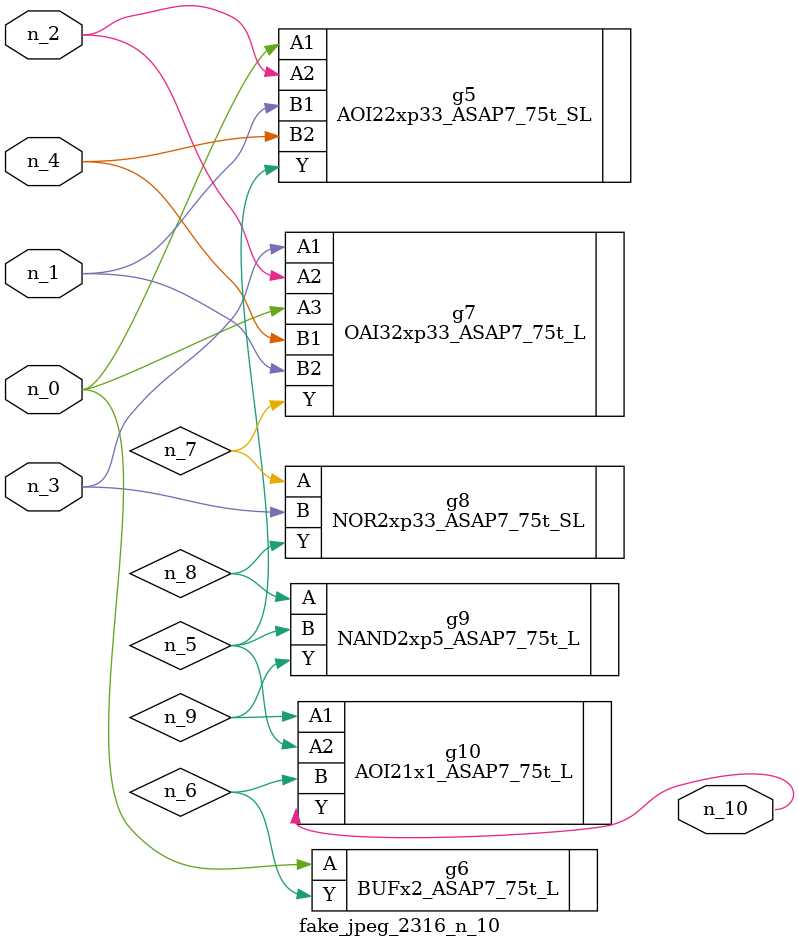
<source format=v>
module fake_jpeg_2316_n_10 (n_3, n_2, n_1, n_0, n_4, n_10);

input n_3;
input n_2;
input n_1;
input n_0;
input n_4;

output n_10;

wire n_8;
wire n_9;
wire n_6;
wire n_5;
wire n_7;

AOI22xp33_ASAP7_75t_SL g5 ( 
.A1(n_0),
.A2(n_2),
.B1(n_1),
.B2(n_4),
.Y(n_5)
);

BUFx2_ASAP7_75t_L g6 ( 
.A(n_0),
.Y(n_6)
);

OAI32xp33_ASAP7_75t_L g7 ( 
.A1(n_3),
.A2(n_2),
.A3(n_0),
.B1(n_4),
.B2(n_1),
.Y(n_7)
);

NOR2xp33_ASAP7_75t_SL g8 ( 
.A(n_7),
.B(n_3),
.Y(n_8)
);

NAND2xp5_ASAP7_75t_L g9 ( 
.A(n_8),
.B(n_5),
.Y(n_9)
);

AOI21x1_ASAP7_75t_L g10 ( 
.A1(n_9),
.A2(n_5),
.B(n_6),
.Y(n_10)
);


endmodule
</source>
